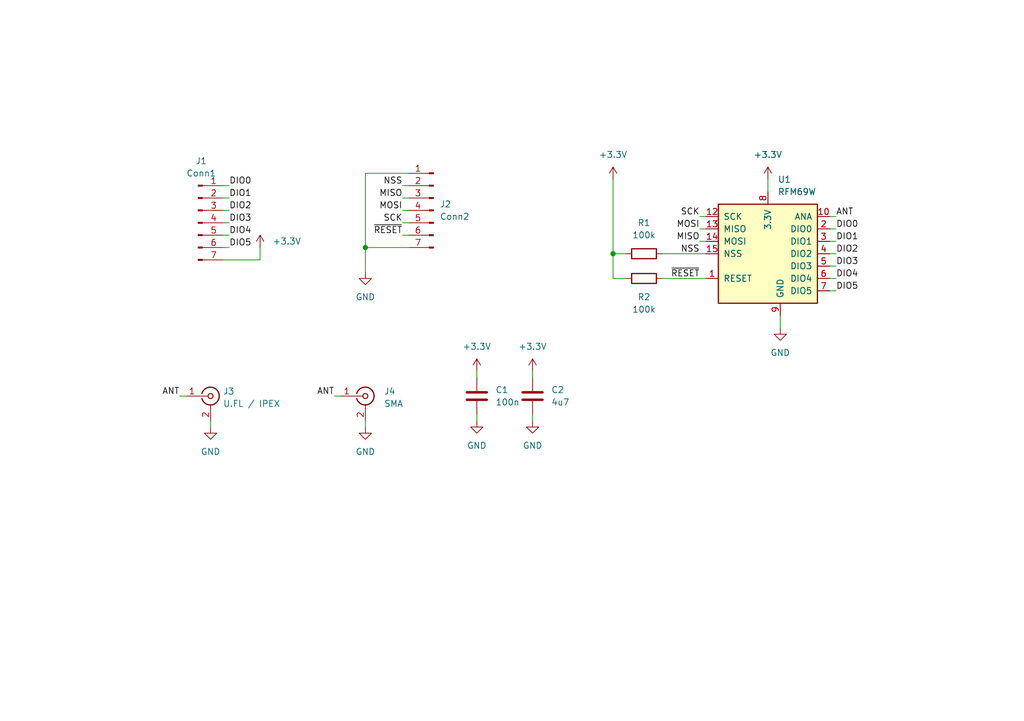
<source format=kicad_sch>
(kicad_sch (version 20211123) (generator eeschema)
  (paper "A5")
  (title_block (title "RFM69W Board") (date "2022-11-27") (rev "1") (company "Kai Christian Bader") (comment 1 "CC BY-SA 4.0"))
  (lib_symbols
    (symbol "Connector:Conn_01x07_Male" (pin_names (offset 1.016) hide)
      (property "Reference" "J" (at 0 10.16 0))
      (property "Value" "Conn_01x07_Male" (at 0 -10.16 0))
      (symbol "Conn_01x07_Male_1_1"
        (polyline (pts (xy 1.27 -7.62) (xy 0.8636 -7.62)) (stroke (width 0.1524)))
        (polyline (pts (xy 1.27 -5.08) (xy 0.8636 -5.08)) (stroke (width 0.1524)))
        (polyline (pts (xy 1.27 -2.54) (xy 0.8636 -2.54)) (stroke (width 0.1524)))
        (polyline (pts (xy 1.27 0) (xy 0.8636 0)) (stroke (width 0.1524)))
        (polyline (pts (xy 1.27 2.54) (xy 0.8636 2.54)) (stroke (width 0.1524)))
        (polyline (pts (xy 1.27 5.08) (xy 0.8636 5.08)) (stroke (width 0.1524)))
        (polyline (pts (xy 1.27 7.62) (xy 0.8636 7.62)) (stroke (width 0.1524)))
        (rectangle (start 0.8636 -7.493) (end 0 -7.747) (stroke (width 0.1524)) (fill (type outline)))
        (rectangle (start 0.8636 -4.953) (end 0 -5.207) (stroke (width 0.1524)) (fill (type outline)))
        (rectangle (start 0.8636 -2.413) (end 0 -2.667) (stroke (width 0.1524)) (fill (type outline)))
        (rectangle (start 0.8636 0.127) (end 0 -0.127) (stroke (width 0.1524)) (fill (type outline)))
        (rectangle (start 0.8636 2.667) (end 0 2.413) (stroke (width 0.1524)) (fill (type outline)))
        (rectangle (start 0.8636 5.207) (end 0 4.953) (stroke (width 0.1524)) (fill (type outline)))
        (rectangle (start 0.8636 7.747) (end 0 7.493) (stroke (width 0.1524)) (fill (type outline)))
        (pin passive line (at 5.08 7.62 180) (length 3.81) (name "Pin_1") (number "1"))
        (pin passive line (at 5.08 5.08 180) (length 3.81) (name "Pin_2") (number "2"))
        (pin passive line (at 5.08 2.54 180) (length 3.81) (name "Pin_3") (number "3"))
        (pin passive line (at 5.08 0 180) (length 3.81) (name "Pin_4") (number "4"))
        (pin passive line (at 5.08 -2.54 180) (length 3.81) (name "Pin_5") (number "5"))
        (pin passive line (at 5.08 -5.08 180) (length 3.81) (name "Pin_6") (number "6"))
        (pin passive line (at 5.08 -7.62 180) (length 3.81) (name "Pin_7") (number "7"))
      )
    )
    (symbol "Connector:Conn_Coaxial" (pin_names (offset 1.016) hide)
      (property "Reference" "J" (at 0.254 3.048 0))
      (property "Value" "Conn_Coaxial" (at 2.921 0 90))
      (symbol "Conn_Coaxial_0_1"
        (arc (start -1.778 -0.508) (mid 0.2311 -1.8066) (end 1.778 0) (stroke (width 0.254)))
        (polyline (pts (xy -2.54 0) (xy -0.508 0)))
        (polyline (pts (xy 0 -2.54) (xy 0 -1.778)))
        (circle (center 0 0) (radius 0.508) (stroke (width 0.2032)))
        (arc (start 1.778 0) (mid 0.2099 1.8101) (end -1.778 0.508) (stroke (width 0.254)))
      )
      (symbol "Conn_Coaxial_1_1"
        (pin passive line (at -5.08 0 0) (length 2.54) (name "In") (number "1"))
        (pin passive line (at 0 -5.08 90) (length 2.54) (name "Ext") (number "2"))
      )
    )
    (symbol "Device:C" (pin_numbers hide) (pin_names (offset 0.254))
      (property "Reference" "C" (at 0.635 2.54 0))
      (property "Value" "C" (at 0.635 -2.54 0))
      (symbol "C_0_1"
        (polyline (pts (xy -2.032 -0.762) (xy 2.032 -0.762)) (stroke (width 0.508)))
        (polyline (pts (xy -2.032 0.762) (xy 2.032 0.762)) (stroke (width 0.508)))
      )
      (symbol "C_1_1"
        (pin passive line (at 0 3.81 270) (length 2.794) (name "~") (number "1"))
        (pin passive line (at 0 -3.81 90) (length 2.794) (name "~") (number "2"))
      )
    )
    (symbol "Device:R" (pin_numbers hide) (pin_names (offset 0))
      (property "Reference" "R" (at 2.032 0 90))
      (property "Value" "R" (at 0 0 90))
      (symbol "R_0_1"
        (rectangle (start -1.016 -2.54) (end 1.016 2.54) (stroke (width 0.254)))
      )
      (symbol "R_1_1"
        (pin passive line (at 0 3.81 270) (length 1.27) (name "~") (number "1"))
        (pin passive line (at 0 -3.81 90) (length 1.27) (name "~") (number "2"))
      )
    )
    (symbol "RF_Module:RFM69W" (pin_names (offset 1.016))
      (property "Reference" "U" (at -3.81 11.43 0))
      (property "Value" "RFM69W" (at -7.62 13.97 0))
      (symbol "RFM69W_0_1"
        (rectangle (start -10.16 10.16) (end 10.16 -10.16) (stroke (width 0.254)) (fill (type background)))
      )
      (symbol "RFM69W_1_1"
        (pin input line (at -12.7 -5.08 0) (length 2.54) (name "RESET") (number "1"))
        (pin output line (at 12.7 7.62 180) (length 2.54) (name "ANA") (number "10"))
        (pin passive line (at 2.54 -12.7 90) (length 2.54) hide (name "GND") (number "11"))
        (pin input line (at -12.7 7.62 0) (length 2.54) (name "SCK") (number "12"))
        (pin output line (at -12.7 5.08 0) (length 2.54) (name "MISO") (number "13"))
        (pin input line (at -12.7 2.54 0) (length 2.54) (name "MOSI") (number "14"))
        (pin input line (at -12.7 0 0) (length 2.54) (name "NSS") (number "15"))
        (pin no_connect line (at -2.54 -12.7 90) (length 2.54) hide (name "NC") (number "16"))
        (pin bidirectional line (at 12.7 5.08 180) (length 2.54) (name "DIO0") (number "2"))
        (pin bidirectional line (at 12.7 2.54 180) (length 2.54) (name "DIO1") (number "3"))
        (pin bidirectional line (at 12.7 0 180) (length 2.54) (name "DIO2") (number "4"))
        (pin bidirectional line (at 12.7 -2.54 180) (length 2.54) (name "DIO3") (number "5"))
        (pin bidirectional line (at 12.7 -5.08 180) (length 2.54) (name "DIO4") (number "6"))
        (pin bidirectional line (at 12.7 -7.62 180) (length 2.54) (name "DIO5") (number "7"))
        (pin power_in line (at 0 12.7 270) (length 2.54) (name "3.3V") (number "8"))
        (pin power_in line (at 2.54 -12.7 90) (length 2.54) (name "GND") (number "9"))
      )
    )
    (symbol "power:+3.3V" (power) (pin_names (offset 0))
      (property "Value" "+3.3V" (at 0 3.556 0))
      (symbol "+3.3V_0_1"
        (polyline (pts (xy -0.762 1.27) (xy 0 2.54)))
        (polyline (pts (xy 0 0) (xy 0 2.54)))
        (polyline (pts (xy 0 2.54) (xy 0.762 1.27)))
      )
      (symbol "+3.3V_1_1"
        (pin power_in line (at 0 0 90) (length 0) hide (name "+3.3V") (number "1"))
      )
    )
    (symbol "power:GND" (power) (pin_names (offset 0))
      (property "Value" "GND" (at 0 -3.81 0))
      (symbol "GND_0_1"
        (polyline (pts (xy 0 0) (xy 0 -1.27) (xy 1.27 -1.27) (xy 0 -2.54) (xy -1.27 -1.27) (xy 0 -1.27)))
      )
      (symbol "GND_1_1"
        (pin power_in line (at 0 0 270) (length 0) hide (name "GND") (number "1"))
      )
    )
  )
  (junction (at 125.73 52.07))
  (junction (at 74.93 50.8))
  (wire (pts (xy 170.18 54.61) (xy 171.45 54.61)))
  (wire (pts (xy 45.72 45.72) (xy 46.99 45.72)))
  (wire (pts (xy 143.51 44.45) (xy 144.78 44.45)))
  (wire (pts (xy 97.79 85.09) (xy 97.79 86.36)))
  (wire (pts (xy 170.18 57.15) (xy 171.45 57.15)))
  (wire (pts (xy 125.73 52.07) (xy 128.27 52.07)))
  (wire (pts (xy 170.18 52.07) (xy 171.45 52.07)))
  (wire (pts (xy 74.93 86.36) (xy 74.93 87.63)))
  (wire (pts (xy 170.18 49.53) (xy 171.45 49.53)))
  (wire (pts (xy 36.83 81.28) (xy 38.1 81.28)))
  (wire (pts (xy 125.73 52.07) (xy 125.73 36.83)))
  (wire (pts (xy 170.18 46.99) (xy 171.45 46.99)))
  (wire (pts (xy 135.89 52.07) (xy 144.78 52.07)))
  (wire (pts (xy 97.79 76.2) (xy 97.79 77.47)))
  (wire (pts (xy 74.93 35.56) (xy 74.93 50.8)))
  (wire (pts (xy 74.93 50.8) (xy 74.93 55.88)))
  (wire (pts (xy 82.55 45.72) (xy 83.82 45.72)))
  (wire (pts (xy 160.02 64.77) (xy 160.02 67.31)))
  (wire (pts (xy 45.72 40.64) (xy 46.99 40.64)))
  (wire (pts (xy 109.22 76.2) (xy 109.22 77.47)))
  (wire (pts (xy 128.27 57.15) (xy 125.73 57.15)))
  (wire (pts (xy 170.18 44.45) (xy 171.45 44.45)))
  (wire (pts (xy 74.93 50.8) (xy 83.82 50.8)))
  (wire (pts (xy 135.89 57.15) (xy 144.78 57.15)))
  (wire (pts (xy 82.55 38.1) (xy 83.82 38.1)))
  (wire (pts (xy 83.82 35.56) (xy 74.93 35.56)))
  (wire (pts (xy 45.72 48.26) (xy 46.99 48.26)))
  (wire (pts (xy 82.55 48.26) (xy 83.82 48.26)))
  (wire (pts (xy 82.55 43.18) (xy 83.82 43.18)))
  (wire (pts (xy 143.51 49.53) (xy 144.78 49.53)))
  (wire (pts (xy 43.18 86.36) (xy 43.18 87.63)))
  (wire (pts (xy 125.73 57.15) (xy 125.73 52.07)))
  (wire (pts (xy 170.18 59.69) (xy 171.45 59.69)))
  (wire (pts (xy 45.72 53.34) (xy 53.34 53.34)))
  (wire (pts (xy 45.72 43.18) (xy 46.99 43.18)))
  (wire (pts (xy 45.72 38.1) (xy 46.99 38.1)))
  (wire (pts (xy 68.58 81.28) (xy 69.85 81.28)))
  (wire (pts (xy 109.22 85.09) (xy 109.22 86.36)))
  (wire (pts (xy 82.55 40.64) (xy 83.82 40.64)))
  (wire (pts (xy 53.34 53.34) (xy 53.34 50.8)))
  (wire (pts (xy 45.72 50.8) (xy 46.99 50.8)))
  (wire (pts (xy 143.51 46.99) (xy 144.78 46.99)))
  (wire (pts (xy 157.48 36.83) (xy 157.48 39.37)))
  (label "MISO" (at 143.51 49.53 180))
  (label "DIO5" (at 171.45 59.69 0))
  (label "ANT" (at 36.83 81.28 180))
  (label "SCK" (at 82.55 45.72 180))
  (label "~{RESET}" (at 143.51 57.15 180))
  (label "DIO4" (at 46.99 48.26 0))
  (label "DIO1" (at 46.99 40.64 0))
  (label "ANT" (at 68.58 81.28 180))
  (label "DIO5" (at 46.99 50.8 0))
  (label "NSS" (at 82.55 38.1 180))
  (label "~{RESET}" (at 82.55 48.26 180))
  (label "DIO0" (at 171.45 46.99 0))
  (label "DIO2" (at 46.99 43.18 0))
  (label "DIO4" (at 171.45 57.15 0))
  (label "NSS" (at 143.51 52.07 180))
  (label "DIO3" (at 46.99 45.72 0))
  (label "MOSI" (at 82.55 43.18 180))
  (label "DIO1" (at 171.45 49.53 0))
  (label "SCK" (at 143.51 44.45 180))
  (label "ANT" (at 171.45 44.45 0))
  (label "DIO3" (at 171.45 54.61 0))
  (label "MISO" (at 82.55 40.64 180))
  (label "MOSI" (at 143.51 46.99 180))
  (label "DIO0" (at 46.99 38.1 0))
  (label "DIO2" (at 171.45 52.07 0))
  (symbol (lib_id "Device:R") (at 132.08 57.15 90) (unit 1)
    (property "Reference" "R2" (at 132.08 60.96 90))
    (property "Value" "100k" (at 132.08 63.5 90))
    (property "Footprint" "Resistor_SMD:R_0603_1608Metric_Pad0.98x0.95mm_HandSolder" (effects hide))
  )
  (symbol (lib_id "power:GND") (at 74.93 55.88 0) (unit 1)
    (property "Reference" "#PWR0103" (effects hide))
    (property "Value" "GND" (at 74.93 60.96 0))
  )
  (symbol (lib_id "RF_Module:RFM69W") (at 157.48 52.07 0) (unit 1)
    (property "Reference" "U1" (at 159.4994 36.83 0) (effects (justify left)))
    (property "Value" "RFM69W" (at 159.4994 39.37 0) (effects (justify left)))
    (property "Footprint" "RF_Module:HOPERF_RFM69HW" (effects hide))
    (property "Datasheet" "https://www.hoperf.com/data/upload/portal/20181127/5bfcbe34756e1.pdf" (effects hide))
  )
  (symbol (lib_id "Device:R") (at 132.08 52.07 90) (unit 1)
    (property "Reference" "R1" (at 132.08 45.72 90))
    (property "Value" "100k" (at 132.08 48.26 90))
    (property "Footprint" "Resistor_SMD:R_0603_1608Metric_Pad0.98x0.95mm_HandSolder" (effects hide))
  )
  (symbol (lib_id "Connector:Conn_Coaxial") (at 43.18 81.28 0) (unit 1)
    (property "Reference" "J3" (at 45.72 80.3031 0) (effects (justify left)))
    (property "Value" "U.FL / IPEX" (at 45.72 82.8431 0) (effects (justify left)))
    (property "Footprint" "Connector_Coaxial:U.FL_Molex_MCRF_73412-0110_Vertical" (effects hide))
    (property "Datasheet" " ~" (effects hide))
  )
  (symbol (lib_id "power:+3.3V") (at 157.48 36.83 0) (unit 1)
    (property "Reference" "#PWR0101" (effects hide))
    (property "Value" "+3.3V" (at 157.48 31.75 0))
  )
  (symbol (lib_id "power:GND") (at 160.02 67.31 0) (unit 1)
    (property "Reference" "#PWR0102" (effects hide))
    (property "Value" "GND" (at 160.02 72.39 0))
  )
  (symbol (lib_id "power:GND") (at 109.22 86.36 0) (unit 1)
    (property "Reference" "#PWR0112" (effects hide))
    (property "Value" "GND" (at 109.22 91.44 0))
  )
  (symbol (lib_id "Device:C") (at 109.22 81.28 0) (unit 1)
    (property "Reference" "C2" (at 113.03 80.0099 0) (effects (justify left)))
    (property "Value" "4u7" (at 113.03 82.5499 0) (effects (justify left)))
    (property "Footprint" "Capacitor_SMD:C_0603_1608Metric_Pad1.08x0.95mm_HandSolder" (effects hide))
  )
  (symbol (lib_id "Device:C") (at 97.79 81.28 0) (unit 1)
    (property "Reference" "C1" (at 101.6 80.0099 0) (effects (justify left)))
    (property "Value" "100n" (at 101.6 82.5499 0) (effects (justify left)))
    (property "Footprint" "Capacitor_SMD:C_0603_1608Metric_Pad1.08x0.95mm_HandSolder" (effects hide))
  )
  (symbol (lib_id "power:+3.3V") (at 109.22 76.2 0) (unit 1)
    (property "Reference" "#PWR0110" (effects hide))
    (property "Value" "+3.3V" (at 109.22 71.12 0))
  )
  (symbol (lib_id "power:+3.3V") (at 97.79 76.2 0) (unit 1)
    (property "Reference" "#PWR0109" (effects hide))
    (property "Value" "+3.3V" (at 97.79 71.12 0))
  )
  (symbol (lib_id "power:+3.3V") (at 53.34 50.8 0) (unit 1)
    (property "Reference" "#PWR0104" (effects hide))
    (property "Value" "+3.3V" (at 55.88 49.5299 0) (effects (justify left)))
  )
  (symbol (lib_id "power:+3.3V") (at 125.73 36.83 0) (unit 1)
    (property "Reference" "#PWR0108" (effects hide))
    (property "Value" "+3.3V" (at 125.73 31.75 0))
  )
  (symbol (lib_id "power:GND") (at 43.18 87.63 0) (unit 1)
    (property "Reference" "#PWR0106" (effects hide))
    (property "Value" "GND" (at 43.18 92.71 0))
  )
  (symbol (lib_id "power:GND") (at 74.93 87.63 0) (unit 1)
    (property "Reference" "#PWR0107" (effects hide))
    (property "Value" "GND" (at 74.93 92.71 0))
  )
  (symbol (lib_id "Connector:Conn_01x07_Male") (at 88.9 43.18 0) (mirror y) (unit 1)
    (property "Reference" "J2" (at 90.17 41.9099 0) (effects (justify right)))
    (property "Value" "Conn2" (at 90.17 44.4499 0) (effects (justify right)))
    (property "Footprint" "Connector_PinHeader_2.54mm:PinHeader_1x07_P2.54mm_Vertical" (effects hide))
  )
  (symbol (lib_id "Connector:Conn_Coaxial") (at 74.93 81.28 0) (unit 1)
    (property "Reference" "J4" (at 78.74 80.3031 0) (effects (justify left)))
    (property "Value" "SMA" (at 78.74 82.8431 0) (effects (justify left)))
    (property "Footprint" "Connector_Coaxial:SMA_Samtec_SMA-J-P-X-ST-EM1_EdgeMount" (effects hide))
    (property "Datasheet" " ~" (effects hide))
  )
  (symbol (lib_id "Connector:Conn_01x07_Male") (at 40.64 45.72 0) (unit 1)
    (property "Reference" "J1" (at 41.275 33.02 0))
    (property "Value" "Conn1" (at 41.275 35.56 0))
    (property "Footprint" "Connector_PinHeader_2.54mm:PinHeader_1x07_P2.54mm_Vertical" (effects hide))
  )
  (symbol (lib_id "power:GND") (at 97.79 86.36 0) (unit 1)
    (property "Reference" "#PWR0111" (effects hide))
    (property "Value" "GND" (at 97.79 91.44 0))
  )
)
</source>
